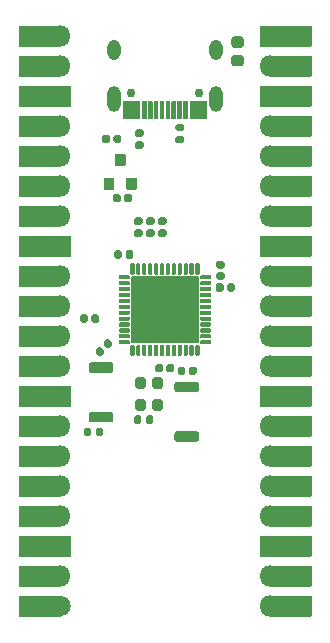
<source format=gts>
G04 #@! TF.GenerationSoftware,KiCad,Pcbnew,(5.1.10)-1*
G04 #@! TF.CreationDate,2021-07-31T08:12:49+01:00*
G04 #@! TF.ProjectId,STM32Pico,53544d33-3250-4696-936f-2e6b69636164,REV1*
G04 #@! TF.SameCoordinates,Original*
G04 #@! TF.FileFunction,Soldermask,Top*
G04 #@! TF.FilePolarity,Negative*
%FSLAX46Y46*%
G04 Gerber Fmt 4.6, Leading zero omitted, Abs format (unit mm)*
G04 Created by KiCad (PCBNEW (5.1.10)-1) date 2021-07-31 08:12:49*
%MOMM*%
%LPD*%
G01*
G04 APERTURE LIST*
%ADD10C,0.752000*%
%ADD11O,1.102000X2.202000*%
%ADD12O,1.102000X1.702000*%
%ADD13O,1.802000X1.802000*%
%ADD14C,1.802000*%
%ADD15C,0.150000*%
G04 APERTURE END LIST*
G36*
G01*
X100766000Y-64247200D02*
X100766000Y-65697200D01*
G75*
G02*
X100715000Y-65748200I-51000J0D01*
G01*
X100115000Y-65748200D01*
G75*
G02*
X100064000Y-65697200I0J51000D01*
G01*
X100064000Y-64247200D01*
G75*
G02*
X100115000Y-64196200I51000J0D01*
G01*
X100715000Y-64196200D01*
G75*
G02*
X100766000Y-64247200I0J-51000D01*
G01*
G37*
G36*
G01*
X107216000Y-64247200D02*
X107216000Y-65697200D01*
G75*
G02*
X107165000Y-65748200I-51000J0D01*
G01*
X106565000Y-65748200D01*
G75*
G02*
X106514000Y-65697200I0J51000D01*
G01*
X106514000Y-64247200D01*
G75*
G02*
X106565000Y-64196200I51000J0D01*
G01*
X107165000Y-64196200D01*
G75*
G02*
X107216000Y-64247200I0J-51000D01*
G01*
G37*
G36*
G01*
X101541000Y-64247200D02*
X101541000Y-65697200D01*
G75*
G02*
X101490000Y-65748200I-51000J0D01*
G01*
X100890000Y-65748200D01*
G75*
G02*
X100839000Y-65697200I0J51000D01*
G01*
X100839000Y-64247200D01*
G75*
G02*
X100890000Y-64196200I51000J0D01*
G01*
X101490000Y-64196200D01*
G75*
G02*
X101541000Y-64247200I0J-51000D01*
G01*
G37*
G36*
G01*
X106441000Y-64247200D02*
X106441000Y-65697200D01*
G75*
G02*
X106390000Y-65748200I-51000J0D01*
G01*
X105790000Y-65748200D01*
G75*
G02*
X105739000Y-65697200I0J51000D01*
G01*
X105739000Y-64247200D01*
G75*
G02*
X105790000Y-64196200I51000J0D01*
G01*
X106390000Y-64196200D01*
G75*
G02*
X106441000Y-64247200I0J-51000D01*
G01*
G37*
G36*
G01*
X105591000Y-64247200D02*
X105591000Y-65697200D01*
G75*
G02*
X105540000Y-65748200I-51000J0D01*
G01*
X105240000Y-65748200D01*
G75*
G02*
X105189000Y-65697200I0J51000D01*
G01*
X105189000Y-64247200D01*
G75*
G02*
X105240000Y-64196200I51000J0D01*
G01*
X105540000Y-64196200D01*
G75*
G02*
X105591000Y-64247200I0J-51000D01*
G01*
G37*
G36*
G01*
X102091000Y-64247200D02*
X102091000Y-65697200D01*
G75*
G02*
X102040000Y-65748200I-51000J0D01*
G01*
X101740000Y-65748200D01*
G75*
G02*
X101689000Y-65697200I0J51000D01*
G01*
X101689000Y-64247200D01*
G75*
G02*
X101740000Y-64196200I51000J0D01*
G01*
X102040000Y-64196200D01*
G75*
G02*
X102091000Y-64247200I0J-51000D01*
G01*
G37*
G36*
G01*
X105091000Y-64247200D02*
X105091000Y-65697200D01*
G75*
G02*
X105040000Y-65748200I-51000J0D01*
G01*
X104740000Y-65748200D01*
G75*
G02*
X104689000Y-65697200I0J51000D01*
G01*
X104689000Y-64247200D01*
G75*
G02*
X104740000Y-64196200I51000J0D01*
G01*
X105040000Y-64196200D01*
G75*
G02*
X105091000Y-64247200I0J-51000D01*
G01*
G37*
G36*
G01*
X102591000Y-64247200D02*
X102591000Y-65697200D01*
G75*
G02*
X102540000Y-65748200I-51000J0D01*
G01*
X102240000Y-65748200D01*
G75*
G02*
X102189000Y-65697200I0J51000D01*
G01*
X102189000Y-64247200D01*
G75*
G02*
X102240000Y-64196200I51000J0D01*
G01*
X102540000Y-64196200D01*
G75*
G02*
X102591000Y-64247200I0J-51000D01*
G01*
G37*
G36*
G01*
X104591000Y-64247200D02*
X104591000Y-65697200D01*
G75*
G02*
X104540000Y-65748200I-51000J0D01*
G01*
X104240000Y-65748200D01*
G75*
G02*
X104189000Y-65697200I0J51000D01*
G01*
X104189000Y-64247200D01*
G75*
G02*
X104240000Y-64196200I51000J0D01*
G01*
X104540000Y-64196200D01*
G75*
G02*
X104591000Y-64247200I0J-51000D01*
G01*
G37*
G36*
G01*
X103091000Y-64247200D02*
X103091000Y-65697200D01*
G75*
G02*
X103040000Y-65748200I-51000J0D01*
G01*
X102740000Y-65748200D01*
G75*
G02*
X102689000Y-65697200I0J51000D01*
G01*
X102689000Y-64247200D01*
G75*
G02*
X102740000Y-64196200I51000J0D01*
G01*
X103040000Y-64196200D01*
G75*
G02*
X103091000Y-64247200I0J-51000D01*
G01*
G37*
G36*
G01*
X103591000Y-64247200D02*
X103591000Y-65697200D01*
G75*
G02*
X103540000Y-65748200I-51000J0D01*
G01*
X103240000Y-65748200D01*
G75*
G02*
X103189000Y-65697200I0J51000D01*
G01*
X103189000Y-64247200D01*
G75*
G02*
X103240000Y-64196200I51000J0D01*
G01*
X103540000Y-64196200D01*
G75*
G02*
X103591000Y-64247200I0J-51000D01*
G01*
G37*
G36*
G01*
X104091000Y-64247200D02*
X104091000Y-65697200D01*
G75*
G02*
X104040000Y-65748200I-51000J0D01*
G01*
X103740000Y-65748200D01*
G75*
G02*
X103689000Y-65697200I0J51000D01*
G01*
X103689000Y-64247200D01*
G75*
G02*
X103740000Y-64196200I51000J0D01*
G01*
X104040000Y-64196200D01*
G75*
G02*
X104091000Y-64247200I0J-51000D01*
G01*
G37*
D10*
X100750000Y-63527200D03*
X106530000Y-63527200D03*
D11*
X107960000Y-64057200D03*
X99320000Y-64057200D03*
D12*
X107960000Y-59877200D03*
X99320000Y-59877200D03*
G36*
G01*
X106309540Y-93056480D02*
X104658540Y-93056480D01*
G75*
G02*
X104433040Y-92830980I0J225500D01*
G01*
X104433040Y-92379980D01*
G75*
G02*
X104658540Y-92154480I225500J0D01*
G01*
X106309540Y-92154480D01*
G75*
G02*
X106535040Y-92379980I0J-225500D01*
G01*
X106535040Y-92830980D01*
G75*
G02*
X106309540Y-93056480I-225500J0D01*
G01*
G37*
G36*
G01*
X106309540Y-88856480D02*
X104658540Y-88856480D01*
G75*
G02*
X104433040Y-88630980I0J225500D01*
G01*
X104433040Y-88179980D01*
G75*
G02*
X104658540Y-87954480I225500J0D01*
G01*
X106309540Y-87954480D01*
G75*
G02*
X106535040Y-88179980I0J-225500D01*
G01*
X106535040Y-88630980D01*
G75*
G02*
X106309540Y-88856480I-225500J0D01*
G01*
G37*
G36*
G01*
X97404300Y-86311100D02*
X99055300Y-86311100D01*
G75*
G02*
X99280800Y-86536600I0J-225500D01*
G01*
X99280800Y-86987600D01*
G75*
G02*
X99055300Y-87213100I-225500J0D01*
G01*
X97404300Y-87213100D01*
G75*
G02*
X97178800Y-86987600I0J225500D01*
G01*
X97178800Y-86536600D01*
G75*
G02*
X97404300Y-86311100I225500J0D01*
G01*
G37*
G36*
G01*
X97404300Y-90511100D02*
X99055300Y-90511100D01*
G75*
G02*
X99280800Y-90736600I0J-225500D01*
G01*
X99280800Y-91187600D01*
G75*
G02*
X99055300Y-91413100I-225500J0D01*
G01*
X97404300Y-91413100D01*
G75*
G02*
X97178800Y-91187600I0J225500D01*
G01*
X97178800Y-90736600D01*
G75*
G02*
X97404300Y-90511100I225500J0D01*
G01*
G37*
G36*
G01*
X102019800Y-87803840D02*
X102019800Y-88354840D01*
G75*
G02*
X101794300Y-88580340I-225500J0D01*
G01*
X101343300Y-88580340D01*
G75*
G02*
X101117800Y-88354840I0J225500D01*
G01*
X101117800Y-87803840D01*
G75*
G02*
X101343300Y-87578340I225500J0D01*
G01*
X101794300Y-87578340D01*
G75*
G02*
X102019800Y-87803840I0J-225500D01*
G01*
G37*
G36*
G01*
X103469800Y-87803840D02*
X103469800Y-88354840D01*
G75*
G02*
X103244300Y-88580340I-225500J0D01*
G01*
X102793300Y-88580340D01*
G75*
G02*
X102567800Y-88354840I0J225500D01*
G01*
X102567800Y-87803840D01*
G75*
G02*
X102793300Y-87578340I225500J0D01*
G01*
X103244300Y-87578340D01*
G75*
G02*
X103469800Y-87803840I0J-225500D01*
G01*
G37*
G36*
G01*
X102019800Y-89653840D02*
X102019800Y-90204840D01*
G75*
G02*
X101794300Y-90430340I-225500J0D01*
G01*
X101343300Y-90430340D01*
G75*
G02*
X101117800Y-90204840I0J225500D01*
G01*
X101117800Y-89653840D01*
G75*
G02*
X101343300Y-89428340I225500J0D01*
G01*
X101794300Y-89428340D01*
G75*
G02*
X102019800Y-89653840I0J-225500D01*
G01*
G37*
G36*
G01*
X103469800Y-89653840D02*
X103469800Y-90204840D01*
G75*
G02*
X103244300Y-90430340I-225500J0D01*
G01*
X102793300Y-90430340D01*
G75*
G02*
X102567800Y-90204840I0J225500D01*
G01*
X102567800Y-89653840D01*
G75*
G02*
X102793300Y-89428340I225500J0D01*
G01*
X103244300Y-89428340D01*
G75*
G02*
X103469800Y-89653840I0J-225500D01*
G01*
G37*
G36*
G01*
X100255400Y-69694100D02*
X99455400Y-69694100D01*
G75*
G02*
X99404400Y-69643100I0J51000D01*
G01*
X99404400Y-68743100D01*
G75*
G02*
X99455400Y-68692100I51000J0D01*
G01*
X100255400Y-68692100D01*
G75*
G02*
X100306400Y-68743100I0J-51000D01*
G01*
X100306400Y-69643100D01*
G75*
G02*
X100255400Y-69694100I-51000J0D01*
G01*
G37*
G36*
G01*
X101205400Y-71694100D02*
X100405400Y-71694100D01*
G75*
G02*
X100354400Y-71643100I0J51000D01*
G01*
X100354400Y-70743100D01*
G75*
G02*
X100405400Y-70692100I51000J0D01*
G01*
X101205400Y-70692100D01*
G75*
G02*
X101256400Y-70743100I0J-51000D01*
G01*
X101256400Y-71643100D01*
G75*
G02*
X101205400Y-71694100I-51000J0D01*
G01*
G37*
G36*
G01*
X99305400Y-71694100D02*
X98505400Y-71694100D01*
G75*
G02*
X98454400Y-71643100I0J51000D01*
G01*
X98454400Y-70743100D01*
G75*
G02*
X98505400Y-70692100I51000J0D01*
G01*
X99305400Y-70692100D01*
G75*
G02*
X99356400Y-70743100I0J-51000D01*
G01*
X99356400Y-71643100D01*
G75*
G02*
X99305400Y-71694100I-51000J0D01*
G01*
G37*
G36*
G01*
X106440000Y-84725560D02*
X100840000Y-84725560D01*
G75*
G02*
X100789000Y-84674560I0J51000D01*
G01*
X100789000Y-79074560D01*
G75*
G02*
X100840000Y-79023560I51000J0D01*
G01*
X106440000Y-79023560D01*
G75*
G02*
X106491000Y-79074560I0J-51000D01*
G01*
X106491000Y-84674560D01*
G75*
G02*
X106440000Y-84725560I-51000J0D01*
G01*
G37*
G36*
G01*
X100603000Y-84800560D02*
X99802000Y-84800560D01*
G75*
G02*
X99714000Y-84712560I0J88000D01*
G01*
X99714000Y-84536560D01*
G75*
G02*
X99802000Y-84448560I88000J0D01*
G01*
X100603000Y-84448560D01*
G75*
G02*
X100691000Y-84536560I0J-88000D01*
G01*
X100691000Y-84712560D01*
G75*
G02*
X100603000Y-84800560I-88000J0D01*
G01*
G37*
G36*
G01*
X100603000Y-84300560D02*
X99802000Y-84300560D01*
G75*
G02*
X99714000Y-84212560I0J88000D01*
G01*
X99714000Y-84036560D01*
G75*
G02*
X99802000Y-83948560I88000J0D01*
G01*
X100603000Y-83948560D01*
G75*
G02*
X100691000Y-84036560I0J-88000D01*
G01*
X100691000Y-84212560D01*
G75*
G02*
X100603000Y-84300560I-88000J0D01*
G01*
G37*
G36*
G01*
X100603000Y-83800560D02*
X99802000Y-83800560D01*
G75*
G02*
X99714000Y-83712560I0J88000D01*
G01*
X99714000Y-83536560D01*
G75*
G02*
X99802000Y-83448560I88000J0D01*
G01*
X100603000Y-83448560D01*
G75*
G02*
X100691000Y-83536560I0J-88000D01*
G01*
X100691000Y-83712560D01*
G75*
G02*
X100603000Y-83800560I-88000J0D01*
G01*
G37*
G36*
G01*
X100603000Y-83300560D02*
X99802000Y-83300560D01*
G75*
G02*
X99714000Y-83212560I0J88000D01*
G01*
X99714000Y-83036560D01*
G75*
G02*
X99802000Y-82948560I88000J0D01*
G01*
X100603000Y-82948560D01*
G75*
G02*
X100691000Y-83036560I0J-88000D01*
G01*
X100691000Y-83212560D01*
G75*
G02*
X100603000Y-83300560I-88000J0D01*
G01*
G37*
G36*
G01*
X100603000Y-82800560D02*
X99802000Y-82800560D01*
G75*
G02*
X99714000Y-82712560I0J88000D01*
G01*
X99714000Y-82536560D01*
G75*
G02*
X99802000Y-82448560I88000J0D01*
G01*
X100603000Y-82448560D01*
G75*
G02*
X100691000Y-82536560I0J-88000D01*
G01*
X100691000Y-82712560D01*
G75*
G02*
X100603000Y-82800560I-88000J0D01*
G01*
G37*
G36*
G01*
X100603000Y-82300560D02*
X99802000Y-82300560D01*
G75*
G02*
X99714000Y-82212560I0J88000D01*
G01*
X99714000Y-82036560D01*
G75*
G02*
X99802000Y-81948560I88000J0D01*
G01*
X100603000Y-81948560D01*
G75*
G02*
X100691000Y-82036560I0J-88000D01*
G01*
X100691000Y-82212560D01*
G75*
G02*
X100603000Y-82300560I-88000J0D01*
G01*
G37*
G36*
G01*
X100603000Y-81800560D02*
X99802000Y-81800560D01*
G75*
G02*
X99714000Y-81712560I0J88000D01*
G01*
X99714000Y-81536560D01*
G75*
G02*
X99802000Y-81448560I88000J0D01*
G01*
X100603000Y-81448560D01*
G75*
G02*
X100691000Y-81536560I0J-88000D01*
G01*
X100691000Y-81712560D01*
G75*
G02*
X100603000Y-81800560I-88000J0D01*
G01*
G37*
G36*
G01*
X100603000Y-81300560D02*
X99802000Y-81300560D01*
G75*
G02*
X99714000Y-81212560I0J88000D01*
G01*
X99714000Y-81036560D01*
G75*
G02*
X99802000Y-80948560I88000J0D01*
G01*
X100603000Y-80948560D01*
G75*
G02*
X100691000Y-81036560I0J-88000D01*
G01*
X100691000Y-81212560D01*
G75*
G02*
X100603000Y-81300560I-88000J0D01*
G01*
G37*
G36*
G01*
X100603000Y-80800560D02*
X99802000Y-80800560D01*
G75*
G02*
X99714000Y-80712560I0J88000D01*
G01*
X99714000Y-80536560D01*
G75*
G02*
X99802000Y-80448560I88000J0D01*
G01*
X100603000Y-80448560D01*
G75*
G02*
X100691000Y-80536560I0J-88000D01*
G01*
X100691000Y-80712560D01*
G75*
G02*
X100603000Y-80800560I-88000J0D01*
G01*
G37*
G36*
G01*
X100603000Y-80300560D02*
X99802000Y-80300560D01*
G75*
G02*
X99714000Y-80212560I0J88000D01*
G01*
X99714000Y-80036560D01*
G75*
G02*
X99802000Y-79948560I88000J0D01*
G01*
X100603000Y-79948560D01*
G75*
G02*
X100691000Y-80036560I0J-88000D01*
G01*
X100691000Y-80212560D01*
G75*
G02*
X100603000Y-80300560I-88000J0D01*
G01*
G37*
G36*
G01*
X100603000Y-79800560D02*
X99802000Y-79800560D01*
G75*
G02*
X99714000Y-79712560I0J88000D01*
G01*
X99714000Y-79536560D01*
G75*
G02*
X99802000Y-79448560I88000J0D01*
G01*
X100603000Y-79448560D01*
G75*
G02*
X100691000Y-79536560I0J-88000D01*
G01*
X100691000Y-79712560D01*
G75*
G02*
X100603000Y-79800560I-88000J0D01*
G01*
G37*
G36*
G01*
X100603000Y-79300560D02*
X99802000Y-79300560D01*
G75*
G02*
X99714000Y-79212560I0J88000D01*
G01*
X99714000Y-79036560D01*
G75*
G02*
X99802000Y-78948560I88000J0D01*
G01*
X100603000Y-78948560D01*
G75*
G02*
X100691000Y-79036560I0J-88000D01*
G01*
X100691000Y-79212560D01*
G75*
G02*
X100603000Y-79300560I-88000J0D01*
G01*
G37*
G36*
G01*
X100978000Y-78925560D02*
X100802000Y-78925560D01*
G75*
G02*
X100714000Y-78837560I0J88000D01*
G01*
X100714000Y-78036560D01*
G75*
G02*
X100802000Y-77948560I88000J0D01*
G01*
X100978000Y-77948560D01*
G75*
G02*
X101066000Y-78036560I0J-88000D01*
G01*
X101066000Y-78837560D01*
G75*
G02*
X100978000Y-78925560I-88000J0D01*
G01*
G37*
G36*
G01*
X101478000Y-78925560D02*
X101302000Y-78925560D01*
G75*
G02*
X101214000Y-78837560I0J88000D01*
G01*
X101214000Y-78036560D01*
G75*
G02*
X101302000Y-77948560I88000J0D01*
G01*
X101478000Y-77948560D01*
G75*
G02*
X101566000Y-78036560I0J-88000D01*
G01*
X101566000Y-78837560D01*
G75*
G02*
X101478000Y-78925560I-88000J0D01*
G01*
G37*
G36*
G01*
X101978000Y-78925560D02*
X101802000Y-78925560D01*
G75*
G02*
X101714000Y-78837560I0J88000D01*
G01*
X101714000Y-78036560D01*
G75*
G02*
X101802000Y-77948560I88000J0D01*
G01*
X101978000Y-77948560D01*
G75*
G02*
X102066000Y-78036560I0J-88000D01*
G01*
X102066000Y-78837560D01*
G75*
G02*
X101978000Y-78925560I-88000J0D01*
G01*
G37*
G36*
G01*
X102478000Y-78925560D02*
X102302000Y-78925560D01*
G75*
G02*
X102214000Y-78837560I0J88000D01*
G01*
X102214000Y-78036560D01*
G75*
G02*
X102302000Y-77948560I88000J0D01*
G01*
X102478000Y-77948560D01*
G75*
G02*
X102566000Y-78036560I0J-88000D01*
G01*
X102566000Y-78837560D01*
G75*
G02*
X102478000Y-78925560I-88000J0D01*
G01*
G37*
G36*
G01*
X102978000Y-78925560D02*
X102802000Y-78925560D01*
G75*
G02*
X102714000Y-78837560I0J88000D01*
G01*
X102714000Y-78036560D01*
G75*
G02*
X102802000Y-77948560I88000J0D01*
G01*
X102978000Y-77948560D01*
G75*
G02*
X103066000Y-78036560I0J-88000D01*
G01*
X103066000Y-78837560D01*
G75*
G02*
X102978000Y-78925560I-88000J0D01*
G01*
G37*
G36*
G01*
X103478000Y-78925560D02*
X103302000Y-78925560D01*
G75*
G02*
X103214000Y-78837560I0J88000D01*
G01*
X103214000Y-78036560D01*
G75*
G02*
X103302000Y-77948560I88000J0D01*
G01*
X103478000Y-77948560D01*
G75*
G02*
X103566000Y-78036560I0J-88000D01*
G01*
X103566000Y-78837560D01*
G75*
G02*
X103478000Y-78925560I-88000J0D01*
G01*
G37*
G36*
G01*
X103978000Y-78925560D02*
X103802000Y-78925560D01*
G75*
G02*
X103714000Y-78837560I0J88000D01*
G01*
X103714000Y-78036560D01*
G75*
G02*
X103802000Y-77948560I88000J0D01*
G01*
X103978000Y-77948560D01*
G75*
G02*
X104066000Y-78036560I0J-88000D01*
G01*
X104066000Y-78837560D01*
G75*
G02*
X103978000Y-78925560I-88000J0D01*
G01*
G37*
G36*
G01*
X104478000Y-78925560D02*
X104302000Y-78925560D01*
G75*
G02*
X104214000Y-78837560I0J88000D01*
G01*
X104214000Y-78036560D01*
G75*
G02*
X104302000Y-77948560I88000J0D01*
G01*
X104478000Y-77948560D01*
G75*
G02*
X104566000Y-78036560I0J-88000D01*
G01*
X104566000Y-78837560D01*
G75*
G02*
X104478000Y-78925560I-88000J0D01*
G01*
G37*
G36*
G01*
X104978000Y-78925560D02*
X104802000Y-78925560D01*
G75*
G02*
X104714000Y-78837560I0J88000D01*
G01*
X104714000Y-78036560D01*
G75*
G02*
X104802000Y-77948560I88000J0D01*
G01*
X104978000Y-77948560D01*
G75*
G02*
X105066000Y-78036560I0J-88000D01*
G01*
X105066000Y-78837560D01*
G75*
G02*
X104978000Y-78925560I-88000J0D01*
G01*
G37*
G36*
G01*
X105478000Y-78925560D02*
X105302000Y-78925560D01*
G75*
G02*
X105214000Y-78837560I0J88000D01*
G01*
X105214000Y-78036560D01*
G75*
G02*
X105302000Y-77948560I88000J0D01*
G01*
X105478000Y-77948560D01*
G75*
G02*
X105566000Y-78036560I0J-88000D01*
G01*
X105566000Y-78837560D01*
G75*
G02*
X105478000Y-78925560I-88000J0D01*
G01*
G37*
G36*
G01*
X105978000Y-78925560D02*
X105802000Y-78925560D01*
G75*
G02*
X105714000Y-78837560I0J88000D01*
G01*
X105714000Y-78036560D01*
G75*
G02*
X105802000Y-77948560I88000J0D01*
G01*
X105978000Y-77948560D01*
G75*
G02*
X106066000Y-78036560I0J-88000D01*
G01*
X106066000Y-78837560D01*
G75*
G02*
X105978000Y-78925560I-88000J0D01*
G01*
G37*
G36*
G01*
X106478000Y-78925560D02*
X106302000Y-78925560D01*
G75*
G02*
X106214000Y-78837560I0J88000D01*
G01*
X106214000Y-78036560D01*
G75*
G02*
X106302000Y-77948560I88000J0D01*
G01*
X106478000Y-77948560D01*
G75*
G02*
X106566000Y-78036560I0J-88000D01*
G01*
X106566000Y-78837560D01*
G75*
G02*
X106478000Y-78925560I-88000J0D01*
G01*
G37*
G36*
G01*
X107478000Y-79300560D02*
X106677000Y-79300560D01*
G75*
G02*
X106589000Y-79212560I0J88000D01*
G01*
X106589000Y-79036560D01*
G75*
G02*
X106677000Y-78948560I88000J0D01*
G01*
X107478000Y-78948560D01*
G75*
G02*
X107566000Y-79036560I0J-88000D01*
G01*
X107566000Y-79212560D01*
G75*
G02*
X107478000Y-79300560I-88000J0D01*
G01*
G37*
G36*
G01*
X107478000Y-79800560D02*
X106677000Y-79800560D01*
G75*
G02*
X106589000Y-79712560I0J88000D01*
G01*
X106589000Y-79536560D01*
G75*
G02*
X106677000Y-79448560I88000J0D01*
G01*
X107478000Y-79448560D01*
G75*
G02*
X107566000Y-79536560I0J-88000D01*
G01*
X107566000Y-79712560D01*
G75*
G02*
X107478000Y-79800560I-88000J0D01*
G01*
G37*
G36*
G01*
X107478000Y-80300560D02*
X106677000Y-80300560D01*
G75*
G02*
X106589000Y-80212560I0J88000D01*
G01*
X106589000Y-80036560D01*
G75*
G02*
X106677000Y-79948560I88000J0D01*
G01*
X107478000Y-79948560D01*
G75*
G02*
X107566000Y-80036560I0J-88000D01*
G01*
X107566000Y-80212560D01*
G75*
G02*
X107478000Y-80300560I-88000J0D01*
G01*
G37*
G36*
G01*
X107478000Y-80800560D02*
X106677000Y-80800560D01*
G75*
G02*
X106589000Y-80712560I0J88000D01*
G01*
X106589000Y-80536560D01*
G75*
G02*
X106677000Y-80448560I88000J0D01*
G01*
X107478000Y-80448560D01*
G75*
G02*
X107566000Y-80536560I0J-88000D01*
G01*
X107566000Y-80712560D01*
G75*
G02*
X107478000Y-80800560I-88000J0D01*
G01*
G37*
G36*
G01*
X107478000Y-81300560D02*
X106677000Y-81300560D01*
G75*
G02*
X106589000Y-81212560I0J88000D01*
G01*
X106589000Y-81036560D01*
G75*
G02*
X106677000Y-80948560I88000J0D01*
G01*
X107478000Y-80948560D01*
G75*
G02*
X107566000Y-81036560I0J-88000D01*
G01*
X107566000Y-81212560D01*
G75*
G02*
X107478000Y-81300560I-88000J0D01*
G01*
G37*
G36*
G01*
X107478000Y-81800560D02*
X106677000Y-81800560D01*
G75*
G02*
X106589000Y-81712560I0J88000D01*
G01*
X106589000Y-81536560D01*
G75*
G02*
X106677000Y-81448560I88000J0D01*
G01*
X107478000Y-81448560D01*
G75*
G02*
X107566000Y-81536560I0J-88000D01*
G01*
X107566000Y-81712560D01*
G75*
G02*
X107478000Y-81800560I-88000J0D01*
G01*
G37*
G36*
G01*
X107478000Y-82300560D02*
X106677000Y-82300560D01*
G75*
G02*
X106589000Y-82212560I0J88000D01*
G01*
X106589000Y-82036560D01*
G75*
G02*
X106677000Y-81948560I88000J0D01*
G01*
X107478000Y-81948560D01*
G75*
G02*
X107566000Y-82036560I0J-88000D01*
G01*
X107566000Y-82212560D01*
G75*
G02*
X107478000Y-82300560I-88000J0D01*
G01*
G37*
G36*
G01*
X107478000Y-82800560D02*
X106677000Y-82800560D01*
G75*
G02*
X106589000Y-82712560I0J88000D01*
G01*
X106589000Y-82536560D01*
G75*
G02*
X106677000Y-82448560I88000J0D01*
G01*
X107478000Y-82448560D01*
G75*
G02*
X107566000Y-82536560I0J-88000D01*
G01*
X107566000Y-82712560D01*
G75*
G02*
X107478000Y-82800560I-88000J0D01*
G01*
G37*
G36*
G01*
X107478000Y-83300560D02*
X106677000Y-83300560D01*
G75*
G02*
X106589000Y-83212560I0J88000D01*
G01*
X106589000Y-83036560D01*
G75*
G02*
X106677000Y-82948560I88000J0D01*
G01*
X107478000Y-82948560D01*
G75*
G02*
X107566000Y-83036560I0J-88000D01*
G01*
X107566000Y-83212560D01*
G75*
G02*
X107478000Y-83300560I-88000J0D01*
G01*
G37*
G36*
G01*
X107478000Y-83800560D02*
X106677000Y-83800560D01*
G75*
G02*
X106589000Y-83712560I0J88000D01*
G01*
X106589000Y-83536560D01*
G75*
G02*
X106677000Y-83448560I88000J0D01*
G01*
X107478000Y-83448560D01*
G75*
G02*
X107566000Y-83536560I0J-88000D01*
G01*
X107566000Y-83712560D01*
G75*
G02*
X107478000Y-83800560I-88000J0D01*
G01*
G37*
G36*
G01*
X107478000Y-84300560D02*
X106677000Y-84300560D01*
G75*
G02*
X106589000Y-84212560I0J88000D01*
G01*
X106589000Y-84036560D01*
G75*
G02*
X106677000Y-83948560I88000J0D01*
G01*
X107478000Y-83948560D01*
G75*
G02*
X107566000Y-84036560I0J-88000D01*
G01*
X107566000Y-84212560D01*
G75*
G02*
X107478000Y-84300560I-88000J0D01*
G01*
G37*
G36*
G01*
X107478000Y-84800560D02*
X106677000Y-84800560D01*
G75*
G02*
X106589000Y-84712560I0J88000D01*
G01*
X106589000Y-84536560D01*
G75*
G02*
X106677000Y-84448560I88000J0D01*
G01*
X107478000Y-84448560D01*
G75*
G02*
X107566000Y-84536560I0J-88000D01*
G01*
X107566000Y-84712560D01*
G75*
G02*
X107478000Y-84800560I-88000J0D01*
G01*
G37*
G36*
G01*
X106478000Y-85800560D02*
X106302000Y-85800560D01*
G75*
G02*
X106214000Y-85712560I0J88000D01*
G01*
X106214000Y-84911560D01*
G75*
G02*
X106302000Y-84823560I88000J0D01*
G01*
X106478000Y-84823560D01*
G75*
G02*
X106566000Y-84911560I0J-88000D01*
G01*
X106566000Y-85712560D01*
G75*
G02*
X106478000Y-85800560I-88000J0D01*
G01*
G37*
G36*
G01*
X105978000Y-85800560D02*
X105802000Y-85800560D01*
G75*
G02*
X105714000Y-85712560I0J88000D01*
G01*
X105714000Y-84911560D01*
G75*
G02*
X105802000Y-84823560I88000J0D01*
G01*
X105978000Y-84823560D01*
G75*
G02*
X106066000Y-84911560I0J-88000D01*
G01*
X106066000Y-85712560D01*
G75*
G02*
X105978000Y-85800560I-88000J0D01*
G01*
G37*
G36*
G01*
X105478000Y-85800560D02*
X105302000Y-85800560D01*
G75*
G02*
X105214000Y-85712560I0J88000D01*
G01*
X105214000Y-84911560D01*
G75*
G02*
X105302000Y-84823560I88000J0D01*
G01*
X105478000Y-84823560D01*
G75*
G02*
X105566000Y-84911560I0J-88000D01*
G01*
X105566000Y-85712560D01*
G75*
G02*
X105478000Y-85800560I-88000J0D01*
G01*
G37*
G36*
G01*
X104978000Y-85800560D02*
X104802000Y-85800560D01*
G75*
G02*
X104714000Y-85712560I0J88000D01*
G01*
X104714000Y-84911560D01*
G75*
G02*
X104802000Y-84823560I88000J0D01*
G01*
X104978000Y-84823560D01*
G75*
G02*
X105066000Y-84911560I0J-88000D01*
G01*
X105066000Y-85712560D01*
G75*
G02*
X104978000Y-85800560I-88000J0D01*
G01*
G37*
G36*
G01*
X104478000Y-85800560D02*
X104302000Y-85800560D01*
G75*
G02*
X104214000Y-85712560I0J88000D01*
G01*
X104214000Y-84911560D01*
G75*
G02*
X104302000Y-84823560I88000J0D01*
G01*
X104478000Y-84823560D01*
G75*
G02*
X104566000Y-84911560I0J-88000D01*
G01*
X104566000Y-85712560D01*
G75*
G02*
X104478000Y-85800560I-88000J0D01*
G01*
G37*
G36*
G01*
X103978000Y-85800560D02*
X103802000Y-85800560D01*
G75*
G02*
X103714000Y-85712560I0J88000D01*
G01*
X103714000Y-84911560D01*
G75*
G02*
X103802000Y-84823560I88000J0D01*
G01*
X103978000Y-84823560D01*
G75*
G02*
X104066000Y-84911560I0J-88000D01*
G01*
X104066000Y-85712560D01*
G75*
G02*
X103978000Y-85800560I-88000J0D01*
G01*
G37*
G36*
G01*
X103478000Y-85800560D02*
X103302000Y-85800560D01*
G75*
G02*
X103214000Y-85712560I0J88000D01*
G01*
X103214000Y-84911560D01*
G75*
G02*
X103302000Y-84823560I88000J0D01*
G01*
X103478000Y-84823560D01*
G75*
G02*
X103566000Y-84911560I0J-88000D01*
G01*
X103566000Y-85712560D01*
G75*
G02*
X103478000Y-85800560I-88000J0D01*
G01*
G37*
G36*
G01*
X102978000Y-85800560D02*
X102802000Y-85800560D01*
G75*
G02*
X102714000Y-85712560I0J88000D01*
G01*
X102714000Y-84911560D01*
G75*
G02*
X102802000Y-84823560I88000J0D01*
G01*
X102978000Y-84823560D01*
G75*
G02*
X103066000Y-84911560I0J-88000D01*
G01*
X103066000Y-85712560D01*
G75*
G02*
X102978000Y-85800560I-88000J0D01*
G01*
G37*
G36*
G01*
X102478000Y-85800560D02*
X102302000Y-85800560D01*
G75*
G02*
X102214000Y-85712560I0J88000D01*
G01*
X102214000Y-84911560D01*
G75*
G02*
X102302000Y-84823560I88000J0D01*
G01*
X102478000Y-84823560D01*
G75*
G02*
X102566000Y-84911560I0J-88000D01*
G01*
X102566000Y-85712560D01*
G75*
G02*
X102478000Y-85800560I-88000J0D01*
G01*
G37*
G36*
G01*
X101978000Y-85800560D02*
X101802000Y-85800560D01*
G75*
G02*
X101714000Y-85712560I0J88000D01*
G01*
X101714000Y-84911560D01*
G75*
G02*
X101802000Y-84823560I88000J0D01*
G01*
X101978000Y-84823560D01*
G75*
G02*
X102066000Y-84911560I0J-88000D01*
G01*
X102066000Y-85712560D01*
G75*
G02*
X101978000Y-85800560I-88000J0D01*
G01*
G37*
G36*
G01*
X101478000Y-85800560D02*
X101302000Y-85800560D01*
G75*
G02*
X101214000Y-85712560I0J88000D01*
G01*
X101214000Y-84911560D01*
G75*
G02*
X101302000Y-84823560I88000J0D01*
G01*
X101478000Y-84823560D01*
G75*
G02*
X101566000Y-84911560I0J-88000D01*
G01*
X101566000Y-85712560D01*
G75*
G02*
X101478000Y-85800560I-88000J0D01*
G01*
G37*
G36*
G01*
X100978000Y-85800560D02*
X100802000Y-85800560D01*
G75*
G02*
X100714000Y-85712560I0J88000D01*
G01*
X100714000Y-84911560D01*
G75*
G02*
X100802000Y-84823560I88000J0D01*
G01*
X100978000Y-84823560D01*
G75*
G02*
X101066000Y-84911560I0J-88000D01*
G01*
X101066000Y-85712560D01*
G75*
G02*
X100978000Y-85800560I-88000J0D01*
G01*
G37*
G36*
G01*
X97405800Y-92017100D02*
X97405800Y-92438100D01*
G75*
G02*
X97245300Y-92598600I-160500J0D01*
G01*
X96924300Y-92598600D01*
G75*
G02*
X96763800Y-92438100I0J160500D01*
G01*
X96763800Y-92017100D01*
G75*
G02*
X96924300Y-91856600I160500J0D01*
G01*
X97245300Y-91856600D01*
G75*
G02*
X97405800Y-92017100I0J-160500D01*
G01*
G37*
G36*
G01*
X98425800Y-92017100D02*
X98425800Y-92438100D01*
G75*
G02*
X98265300Y-92598600I-160500J0D01*
G01*
X97944300Y-92598600D01*
G75*
G02*
X97783800Y-92438100I0J160500D01*
G01*
X97783800Y-92017100D01*
G75*
G02*
X97944300Y-91856600I160500J0D01*
G01*
X98265300Y-91856600D01*
G75*
G02*
X98425800Y-92017100I0J-160500D01*
G01*
G37*
G36*
G01*
X101647600Y-90975700D02*
X101647600Y-91396700D01*
G75*
G02*
X101487100Y-91557200I-160500J0D01*
G01*
X101166100Y-91557200D01*
G75*
G02*
X101005600Y-91396700I0J160500D01*
G01*
X101005600Y-90975700D01*
G75*
G02*
X101166100Y-90815200I160500J0D01*
G01*
X101487100Y-90815200D01*
G75*
G02*
X101647600Y-90975700I0J-160500D01*
G01*
G37*
G36*
G01*
X102667600Y-90975700D02*
X102667600Y-91396700D01*
G75*
G02*
X102507100Y-91557200I-160500J0D01*
G01*
X102186100Y-91557200D01*
G75*
G02*
X102025600Y-91396700I0J160500D01*
G01*
X102025600Y-90975700D01*
G75*
G02*
X102186100Y-90815200I160500J0D01*
G01*
X102507100Y-90815200D01*
G75*
G02*
X102667600Y-90975700I0J-160500D01*
G01*
G37*
G36*
G01*
X101168900Y-75068400D02*
X101589900Y-75068400D01*
G75*
G02*
X101750400Y-75228900I0J-160500D01*
G01*
X101750400Y-75549900D01*
G75*
G02*
X101589900Y-75710400I-160500J0D01*
G01*
X101168900Y-75710400D01*
G75*
G02*
X101008400Y-75549900I0J160500D01*
G01*
X101008400Y-75228900D01*
G75*
G02*
X101168900Y-75068400I160500J0D01*
G01*
G37*
G36*
G01*
X101168900Y-74048400D02*
X101589900Y-74048400D01*
G75*
G02*
X101750400Y-74208900I0J-160500D01*
G01*
X101750400Y-74529900D01*
G75*
G02*
X101589900Y-74690400I-160500J0D01*
G01*
X101168900Y-74690400D01*
G75*
G02*
X101008400Y-74529900I0J160500D01*
G01*
X101008400Y-74208900D01*
G75*
G02*
X101168900Y-74048400I160500J0D01*
G01*
G37*
G36*
G01*
X103621900Y-74690400D02*
X103200900Y-74690400D01*
G75*
G02*
X103040400Y-74529900I0J160500D01*
G01*
X103040400Y-74208900D01*
G75*
G02*
X103200900Y-74048400I160500J0D01*
G01*
X103621900Y-74048400D01*
G75*
G02*
X103782400Y-74208900I0J-160500D01*
G01*
X103782400Y-74529900D01*
G75*
G02*
X103621900Y-74690400I-160500J0D01*
G01*
G37*
G36*
G01*
X103621900Y-75710400D02*
X103200900Y-75710400D01*
G75*
G02*
X103040400Y-75549900I0J160500D01*
G01*
X103040400Y-75228900D01*
G75*
G02*
X103200900Y-75068400I160500J0D01*
G01*
X103621900Y-75068400D01*
G75*
G02*
X103782400Y-75228900I0J-160500D01*
G01*
X103782400Y-75549900D01*
G75*
G02*
X103621900Y-75710400I-160500J0D01*
G01*
G37*
G36*
G01*
X102605900Y-74690400D02*
X102184900Y-74690400D01*
G75*
G02*
X102024400Y-74529900I0J160500D01*
G01*
X102024400Y-74208900D01*
G75*
G02*
X102184900Y-74048400I160500J0D01*
G01*
X102605900Y-74048400D01*
G75*
G02*
X102766400Y-74208900I0J-160500D01*
G01*
X102766400Y-74529900D01*
G75*
G02*
X102605900Y-74690400I-160500J0D01*
G01*
G37*
G36*
G01*
X102605900Y-75710400D02*
X102184900Y-75710400D01*
G75*
G02*
X102024400Y-75549900I0J160500D01*
G01*
X102024400Y-75228900D01*
G75*
G02*
X102184900Y-75068400I160500J0D01*
G01*
X102605900Y-75068400D01*
G75*
G02*
X102766400Y-75228900I0J-160500D01*
G01*
X102766400Y-75549900D01*
G75*
G02*
X102605900Y-75710400I-160500J0D01*
G01*
G37*
G36*
G01*
X101671180Y-67232960D02*
X101250180Y-67232960D01*
G75*
G02*
X101089680Y-67072460I0J160500D01*
G01*
X101089680Y-66751460D01*
G75*
G02*
X101250180Y-66590960I160500J0D01*
G01*
X101671180Y-66590960D01*
G75*
G02*
X101831680Y-66751460I0J-160500D01*
G01*
X101831680Y-67072460D01*
G75*
G02*
X101671180Y-67232960I-160500J0D01*
G01*
G37*
G36*
G01*
X101671180Y-68252960D02*
X101250180Y-68252960D01*
G75*
G02*
X101089680Y-68092460I0J160500D01*
G01*
X101089680Y-67771460D01*
G75*
G02*
X101250180Y-67610960I160500J0D01*
G01*
X101671180Y-67610960D01*
G75*
G02*
X101831680Y-67771460I0J-160500D01*
G01*
X101831680Y-68092460D01*
G75*
G02*
X101671180Y-68252960I-160500J0D01*
G01*
G37*
G36*
G01*
X105105260Y-66760520D02*
X104684260Y-66760520D01*
G75*
G02*
X104523760Y-66600020I0J160500D01*
G01*
X104523760Y-66279020D01*
G75*
G02*
X104684260Y-66118520I160500J0D01*
G01*
X105105260Y-66118520D01*
G75*
G02*
X105265760Y-66279020I0J-160500D01*
G01*
X105265760Y-66600020D01*
G75*
G02*
X105105260Y-66760520I-160500J0D01*
G01*
G37*
G36*
G01*
X105105260Y-67780520D02*
X104684260Y-67780520D01*
G75*
G02*
X104523760Y-67620020I0J160500D01*
G01*
X104523760Y-67299020D01*
G75*
G02*
X104684260Y-67138520I160500J0D01*
G01*
X105105260Y-67138520D01*
G75*
G02*
X105265760Y-67299020I0J-160500D01*
G01*
X105265760Y-67620020D01*
G75*
G02*
X105105260Y-67780520I-160500J0D01*
G01*
G37*
G36*
G01*
X110068550Y-59696000D02*
X109505050Y-59696000D01*
G75*
G02*
X109260800Y-59451750I0J244250D01*
G01*
X109260800Y-58963250D01*
G75*
G02*
X109505050Y-58719000I244250J0D01*
G01*
X110068550Y-58719000D01*
G75*
G02*
X110312800Y-58963250I0J-244250D01*
G01*
X110312800Y-59451750D01*
G75*
G02*
X110068550Y-59696000I-244250J0D01*
G01*
G37*
G36*
G01*
X110068550Y-61271000D02*
X109505050Y-61271000D01*
G75*
G02*
X109260800Y-61026750I0J244250D01*
G01*
X109260800Y-60538250D01*
G75*
G02*
X109505050Y-60294000I244250J0D01*
G01*
X110068550Y-60294000D01*
G75*
G02*
X110312800Y-60538250I0J-244250D01*
G01*
X110312800Y-61026750D01*
G75*
G02*
X110068550Y-61271000I-244250J0D01*
G01*
G37*
G36*
G01*
X103470680Y-86621900D02*
X103470680Y-87012900D01*
G75*
G02*
X103305180Y-87178400I-165500J0D01*
G01*
X102974180Y-87178400D01*
G75*
G02*
X102808680Y-87012900I0J165500D01*
G01*
X102808680Y-86621900D01*
G75*
G02*
X102974180Y-86456400I165500J0D01*
G01*
X103305180Y-86456400D01*
G75*
G02*
X103470680Y-86621900I0J-165500D01*
G01*
G37*
G36*
G01*
X104430680Y-86621900D02*
X104430680Y-87012900D01*
G75*
G02*
X104265180Y-87178400I-165500J0D01*
G01*
X103934180Y-87178400D01*
G75*
G02*
X103768680Y-87012900I0J165500D01*
G01*
X103768680Y-86621900D01*
G75*
G02*
X103934180Y-86456400I165500J0D01*
G01*
X104265180Y-86456400D01*
G75*
G02*
X104430680Y-86621900I0J-165500D01*
G01*
G37*
G36*
G01*
X97115600Y-82430900D02*
X97115600Y-82821900D01*
G75*
G02*
X96950100Y-82987400I-165500J0D01*
G01*
X96619100Y-82987400D01*
G75*
G02*
X96453600Y-82821900I0J165500D01*
G01*
X96453600Y-82430900D01*
G75*
G02*
X96619100Y-82265400I165500J0D01*
G01*
X96950100Y-82265400D01*
G75*
G02*
X97115600Y-82430900I0J-165500D01*
G01*
G37*
G36*
G01*
X98075600Y-82430900D02*
X98075600Y-82821900D01*
G75*
G02*
X97910100Y-82987400I-165500J0D01*
G01*
X97579100Y-82987400D01*
G75*
G02*
X97413600Y-82821900I0J165500D01*
G01*
X97413600Y-82430900D01*
G75*
G02*
X97579100Y-82265400I165500J0D01*
G01*
X97910100Y-82265400D01*
G75*
G02*
X98075600Y-82430900I0J-165500D01*
G01*
G37*
G36*
G01*
X108143500Y-78686000D02*
X108534500Y-78686000D01*
G75*
G02*
X108700000Y-78851500I0J-165500D01*
G01*
X108700000Y-79182500D01*
G75*
G02*
X108534500Y-79348000I-165500J0D01*
G01*
X108143500Y-79348000D01*
G75*
G02*
X107978000Y-79182500I0J165500D01*
G01*
X107978000Y-78851500D01*
G75*
G02*
X108143500Y-78686000I165500J0D01*
G01*
G37*
G36*
G01*
X108143500Y-77726000D02*
X108534500Y-77726000D01*
G75*
G02*
X108700000Y-77891500I0J-165500D01*
G01*
X108700000Y-78222500D01*
G75*
G02*
X108534500Y-78388000I-165500J0D01*
G01*
X108143500Y-78388000D01*
G75*
G02*
X107978000Y-78222500I0J165500D01*
G01*
X107978000Y-77891500D01*
G75*
G02*
X108143500Y-77726000I165500J0D01*
G01*
G37*
G36*
G01*
X99280500Y-67594600D02*
X99280500Y-67203600D01*
G75*
G02*
X99446000Y-67038100I165500J0D01*
G01*
X99777000Y-67038100D01*
G75*
G02*
X99942500Y-67203600I0J-165500D01*
G01*
X99942500Y-67594600D01*
G75*
G02*
X99777000Y-67760100I-165500J0D01*
G01*
X99446000Y-67760100D01*
G75*
G02*
X99280500Y-67594600I0J165500D01*
G01*
G37*
G36*
G01*
X98320500Y-67594600D02*
X98320500Y-67203600D01*
G75*
G02*
X98486000Y-67038100I165500J0D01*
G01*
X98817000Y-67038100D01*
G75*
G02*
X98982500Y-67203600I0J-165500D01*
G01*
X98982500Y-67594600D01*
G75*
G02*
X98817000Y-67760100I-165500J0D01*
G01*
X98486000Y-67760100D01*
G75*
G02*
X98320500Y-67594600I0J165500D01*
G01*
G37*
G36*
G01*
X98717238Y-85107841D02*
X98440759Y-84831362D01*
G75*
G02*
X98440759Y-84597310I117026J117026D01*
G01*
X98674812Y-84363257D01*
G75*
G02*
X98908864Y-84363257I117026J-117026D01*
G01*
X99185343Y-84639736D01*
G75*
G02*
X99185343Y-84873788I-117026J-117026D01*
G01*
X98951290Y-85107841D01*
G75*
G02*
X98717238Y-85107841I-117026J117026D01*
G01*
G37*
G36*
G01*
X98038416Y-85786663D02*
X97761937Y-85510184D01*
G75*
G02*
X97761937Y-85276132I117026J117026D01*
G01*
X97995990Y-85042079D01*
G75*
G02*
X98230042Y-85042079I117026J-117026D01*
G01*
X98506521Y-85318558D01*
G75*
G02*
X98506521Y-85552610I-117026J-117026D01*
G01*
X98272468Y-85786663D01*
G75*
G02*
X98038416Y-85786663I-117026J117026D01*
G01*
G37*
G36*
G01*
X100011200Y-76995300D02*
X100011200Y-77386300D01*
G75*
G02*
X99845700Y-77551800I-165500J0D01*
G01*
X99514700Y-77551800D01*
G75*
G02*
X99349200Y-77386300I0J165500D01*
G01*
X99349200Y-76995300D01*
G75*
G02*
X99514700Y-76829800I165500J0D01*
G01*
X99845700Y-76829800D01*
G75*
G02*
X100011200Y-76995300I0J-165500D01*
G01*
G37*
G36*
G01*
X100971200Y-76995300D02*
X100971200Y-77386300D01*
G75*
G02*
X100805700Y-77551800I-165500J0D01*
G01*
X100474700Y-77551800D01*
G75*
G02*
X100309200Y-77386300I0J165500D01*
G01*
X100309200Y-76995300D01*
G75*
G02*
X100474700Y-76829800I165500J0D01*
G01*
X100805700Y-76829800D01*
G75*
G02*
X100971200Y-76995300I0J-165500D01*
G01*
G37*
G36*
G01*
X100182200Y-72611100D02*
X100182200Y-72220100D01*
G75*
G02*
X100347700Y-72054600I165500J0D01*
G01*
X100678700Y-72054600D01*
G75*
G02*
X100844200Y-72220100I0J-165500D01*
G01*
X100844200Y-72611100D01*
G75*
G02*
X100678700Y-72776600I-165500J0D01*
G01*
X100347700Y-72776600D01*
G75*
G02*
X100182200Y-72611100I0J165500D01*
G01*
G37*
G36*
G01*
X99222200Y-72611100D02*
X99222200Y-72220100D01*
G75*
G02*
X99387700Y-72054600I165500J0D01*
G01*
X99718700Y-72054600D01*
G75*
G02*
X99884200Y-72220100I0J-165500D01*
G01*
X99884200Y-72611100D01*
G75*
G02*
X99718700Y-72776600I-165500J0D01*
G01*
X99387700Y-72776600D01*
G75*
G02*
X99222200Y-72611100I0J165500D01*
G01*
G37*
G36*
G01*
X105668600Y-87241500D02*
X105668600Y-86850500D01*
G75*
G02*
X105834100Y-86685000I165500J0D01*
G01*
X106165100Y-86685000D01*
G75*
G02*
X106330600Y-86850500I0J-165500D01*
G01*
X106330600Y-87241500D01*
G75*
G02*
X106165100Y-87407000I-165500J0D01*
G01*
X105834100Y-87407000D01*
G75*
G02*
X105668600Y-87241500I0J165500D01*
G01*
G37*
G36*
G01*
X104708600Y-87241500D02*
X104708600Y-86850500D01*
G75*
G02*
X104874100Y-86685000I165500J0D01*
G01*
X105205100Y-86685000D01*
G75*
G02*
X105370600Y-86850500I0J-165500D01*
G01*
X105370600Y-87241500D01*
G75*
G02*
X105205100Y-87407000I-165500J0D01*
G01*
X104874100Y-87407000D01*
G75*
G02*
X104708600Y-87241500I0J165500D01*
G01*
G37*
G36*
G01*
X108596400Y-79789300D02*
X108596400Y-80180300D01*
G75*
G02*
X108430900Y-80345800I-165500J0D01*
G01*
X108099900Y-80345800D01*
G75*
G02*
X107934400Y-80180300I0J165500D01*
G01*
X107934400Y-79789300D01*
G75*
G02*
X108099900Y-79623800I165500J0D01*
G01*
X108430900Y-79623800D01*
G75*
G02*
X108596400Y-79789300I0J-165500D01*
G01*
G37*
G36*
G01*
X109556400Y-79789300D02*
X109556400Y-80180300D01*
G75*
G02*
X109390900Y-80345800I-165500J0D01*
G01*
X109059900Y-80345800D01*
G75*
G02*
X108894400Y-80180300I0J165500D01*
G01*
X108894400Y-79789300D01*
G75*
G02*
X109059900Y-79623800I165500J0D01*
G01*
X109390900Y-79623800D01*
G75*
G02*
X109556400Y-79789300I0J-165500D01*
G01*
G37*
D13*
X112550000Y-106985000D03*
X112550000Y-104445000D03*
G36*
G01*
X113451000Y-101055000D02*
X113451000Y-102755000D01*
G75*
G02*
X113400000Y-102806000I-51000J0D01*
G01*
X111700000Y-102806000D01*
G75*
G02*
X111649000Y-102755000I0J51000D01*
G01*
X111649000Y-101055000D01*
G75*
G02*
X111700000Y-101004000I51000J0D01*
G01*
X113400000Y-101004000D01*
G75*
G02*
X113451000Y-101055000I0J-51000D01*
G01*
G37*
X112550000Y-99365000D03*
X112550000Y-96825000D03*
X112550000Y-94285000D03*
X112550000Y-91745000D03*
G36*
G01*
X113451000Y-88355000D02*
X113451000Y-90055000D01*
G75*
G02*
X113400000Y-90106000I-51000J0D01*
G01*
X111700000Y-90106000D01*
G75*
G02*
X111649000Y-90055000I0J51000D01*
G01*
X111649000Y-88355000D01*
G75*
G02*
X111700000Y-88304000I51000J0D01*
G01*
X113400000Y-88304000D01*
G75*
G02*
X113451000Y-88355000I0J-51000D01*
G01*
G37*
X112550000Y-86665000D03*
X112550000Y-84125000D03*
X112550000Y-81585000D03*
X112550000Y-79045000D03*
G36*
G01*
X113451000Y-75655000D02*
X113451000Y-77355000D01*
G75*
G02*
X113400000Y-77406000I-51000J0D01*
G01*
X111700000Y-77406000D01*
G75*
G02*
X111649000Y-77355000I0J51000D01*
G01*
X111649000Y-75655000D01*
G75*
G02*
X111700000Y-75604000I51000J0D01*
G01*
X113400000Y-75604000D01*
G75*
G02*
X113451000Y-75655000I0J-51000D01*
G01*
G37*
X112550000Y-73965000D03*
X112550000Y-71425000D03*
X112550000Y-68885000D03*
X112550000Y-66345000D03*
G36*
G01*
X113451000Y-62955000D02*
X113451000Y-64655000D01*
G75*
G02*
X113400000Y-64706000I-51000J0D01*
G01*
X111700000Y-64706000D01*
G75*
G02*
X111649000Y-64655000I0J51000D01*
G01*
X111649000Y-62955000D01*
G75*
G02*
X111700000Y-62904000I51000J0D01*
G01*
X113400000Y-62904000D01*
G75*
G02*
X113451000Y-62955000I0J-51000D01*
G01*
G37*
X112550000Y-61265000D03*
G36*
G01*
X113451000Y-57875000D02*
X113451000Y-59575000D01*
G75*
G02*
X113400000Y-59626000I-51000J0D01*
G01*
X111700000Y-59626000D01*
G75*
G02*
X111649000Y-59575000I0J51000D01*
G01*
X111649000Y-57875000D01*
G75*
G02*
X111700000Y-57824000I51000J0D01*
G01*
X113400000Y-57824000D01*
G75*
G02*
X113451000Y-57875000I0J-51000D01*
G01*
G37*
G36*
G01*
X116051000Y-98515000D02*
X116051000Y-100215000D01*
G75*
G02*
X116000000Y-100266000I-51000J0D01*
G01*
X112500000Y-100266000D01*
G75*
G02*
X112449000Y-100215000I0J51000D01*
G01*
X112449000Y-98515000D01*
G75*
G02*
X112500000Y-98464000I51000J0D01*
G01*
X116000000Y-98464000D01*
G75*
G02*
X116051000Y-98515000I0J-51000D01*
G01*
G37*
G36*
G01*
X116051000Y-101055000D02*
X116051000Y-102755000D01*
G75*
G02*
X116000000Y-102806000I-51000J0D01*
G01*
X112500000Y-102806000D01*
G75*
G02*
X112449000Y-102755000I0J51000D01*
G01*
X112449000Y-101055000D01*
G75*
G02*
X112500000Y-101004000I51000J0D01*
G01*
X116000000Y-101004000D01*
G75*
G02*
X116051000Y-101055000I0J-51000D01*
G01*
G37*
G36*
G01*
X116051000Y-95975000D02*
X116051000Y-97675000D01*
G75*
G02*
X116000000Y-97726000I-51000J0D01*
G01*
X112500000Y-97726000D01*
G75*
G02*
X112449000Y-97675000I0J51000D01*
G01*
X112449000Y-95975000D01*
G75*
G02*
X112500000Y-95924000I51000J0D01*
G01*
X116000000Y-95924000D01*
G75*
G02*
X116051000Y-95975000I0J-51000D01*
G01*
G37*
G36*
G01*
X116051000Y-103595000D02*
X116051000Y-105295000D01*
G75*
G02*
X116000000Y-105346000I-51000J0D01*
G01*
X112500000Y-105346000D01*
G75*
G02*
X112449000Y-105295000I0J51000D01*
G01*
X112449000Y-103595000D01*
G75*
G02*
X112500000Y-103544000I51000J0D01*
G01*
X116000000Y-103544000D01*
G75*
G02*
X116051000Y-103595000I0J-51000D01*
G01*
G37*
G36*
G01*
X116051000Y-93435000D02*
X116051000Y-95135000D01*
G75*
G02*
X116000000Y-95186000I-51000J0D01*
G01*
X112500000Y-95186000D01*
G75*
G02*
X112449000Y-95135000I0J51000D01*
G01*
X112449000Y-93435000D01*
G75*
G02*
X112500000Y-93384000I51000J0D01*
G01*
X116000000Y-93384000D01*
G75*
G02*
X116051000Y-93435000I0J-51000D01*
G01*
G37*
G36*
G01*
X116051000Y-106135000D02*
X116051000Y-107835000D01*
G75*
G02*
X116000000Y-107886000I-51000J0D01*
G01*
X112500000Y-107886000D01*
G75*
G02*
X112449000Y-107835000I0J51000D01*
G01*
X112449000Y-106135000D01*
G75*
G02*
X112500000Y-106084000I51000J0D01*
G01*
X116000000Y-106084000D01*
G75*
G02*
X116051000Y-106135000I0J-51000D01*
G01*
G37*
G36*
G01*
X116051000Y-85815000D02*
X116051000Y-87515000D01*
G75*
G02*
X116000000Y-87566000I-51000J0D01*
G01*
X112500000Y-87566000D01*
G75*
G02*
X112449000Y-87515000I0J51000D01*
G01*
X112449000Y-85815000D01*
G75*
G02*
X112500000Y-85764000I51000J0D01*
G01*
X116000000Y-85764000D01*
G75*
G02*
X116051000Y-85815000I0J-51000D01*
G01*
G37*
G36*
G01*
X116051000Y-90895000D02*
X116051000Y-92595000D01*
G75*
G02*
X116000000Y-92646000I-51000J0D01*
G01*
X112500000Y-92646000D01*
G75*
G02*
X112449000Y-92595000I0J51000D01*
G01*
X112449000Y-90895000D01*
G75*
G02*
X112500000Y-90844000I51000J0D01*
G01*
X116000000Y-90844000D01*
G75*
G02*
X116051000Y-90895000I0J-51000D01*
G01*
G37*
G36*
G01*
X116051000Y-83275000D02*
X116051000Y-84975000D01*
G75*
G02*
X116000000Y-85026000I-51000J0D01*
G01*
X112500000Y-85026000D01*
G75*
G02*
X112449000Y-84975000I0J51000D01*
G01*
X112449000Y-83275000D01*
G75*
G02*
X112500000Y-83224000I51000J0D01*
G01*
X116000000Y-83224000D01*
G75*
G02*
X116051000Y-83275000I0J-51000D01*
G01*
G37*
G36*
G01*
X116051000Y-73115000D02*
X116051000Y-74815000D01*
G75*
G02*
X116000000Y-74866000I-51000J0D01*
G01*
X112500000Y-74866000D01*
G75*
G02*
X112449000Y-74815000I0J51000D01*
G01*
X112449000Y-73115000D01*
G75*
G02*
X112500000Y-73064000I51000J0D01*
G01*
X116000000Y-73064000D01*
G75*
G02*
X116051000Y-73115000I0J-51000D01*
G01*
G37*
G36*
G01*
X116051000Y-70575000D02*
X116051000Y-72275000D01*
G75*
G02*
X116000000Y-72326000I-51000J0D01*
G01*
X112500000Y-72326000D01*
G75*
G02*
X112449000Y-72275000I0J51000D01*
G01*
X112449000Y-70575000D01*
G75*
G02*
X112500000Y-70524000I51000J0D01*
G01*
X116000000Y-70524000D01*
G75*
G02*
X116051000Y-70575000I0J-51000D01*
G01*
G37*
G36*
G01*
X116051000Y-68035000D02*
X116051000Y-69735000D01*
G75*
G02*
X116000000Y-69786000I-51000J0D01*
G01*
X112500000Y-69786000D01*
G75*
G02*
X112449000Y-69735000I0J51000D01*
G01*
X112449000Y-68035000D01*
G75*
G02*
X112500000Y-67984000I51000J0D01*
G01*
X116000000Y-67984000D01*
G75*
G02*
X116051000Y-68035000I0J-51000D01*
G01*
G37*
G36*
G01*
X116051000Y-60415000D02*
X116051000Y-62115000D01*
G75*
G02*
X116000000Y-62166000I-51000J0D01*
G01*
X112500000Y-62166000D01*
G75*
G02*
X112449000Y-62115000I0J51000D01*
G01*
X112449000Y-60415000D01*
G75*
G02*
X112500000Y-60364000I51000J0D01*
G01*
X116000000Y-60364000D01*
G75*
G02*
X116051000Y-60415000I0J-51000D01*
G01*
G37*
G36*
G01*
X116051000Y-88355000D02*
X116051000Y-90055000D01*
G75*
G02*
X116000000Y-90106000I-51000J0D01*
G01*
X112500000Y-90106000D01*
G75*
G02*
X112449000Y-90055000I0J51000D01*
G01*
X112449000Y-88355000D01*
G75*
G02*
X112500000Y-88304000I51000J0D01*
G01*
X116000000Y-88304000D01*
G75*
G02*
X116051000Y-88355000I0J-51000D01*
G01*
G37*
G36*
G01*
X116051000Y-75655000D02*
X116051000Y-77355000D01*
G75*
G02*
X116000000Y-77406000I-51000J0D01*
G01*
X112500000Y-77406000D01*
G75*
G02*
X112449000Y-77355000I0J51000D01*
G01*
X112449000Y-75655000D01*
G75*
G02*
X112500000Y-75604000I51000J0D01*
G01*
X116000000Y-75604000D01*
G75*
G02*
X116051000Y-75655000I0J-51000D01*
G01*
G37*
G36*
G01*
X116051000Y-62955000D02*
X116051000Y-64655000D01*
G75*
G02*
X116000000Y-64706000I-51000J0D01*
G01*
X112500000Y-64706000D01*
G75*
G02*
X112449000Y-64655000I0J51000D01*
G01*
X112449000Y-62955000D01*
G75*
G02*
X112500000Y-62904000I51000J0D01*
G01*
X116000000Y-62904000D01*
G75*
G02*
X116051000Y-62955000I0J-51000D01*
G01*
G37*
G36*
G01*
X116051000Y-57875000D02*
X116051000Y-59575000D01*
G75*
G02*
X116000000Y-59626000I-51000J0D01*
G01*
X112500000Y-59626000D01*
G75*
G02*
X112449000Y-59575000I0J51000D01*
G01*
X112449000Y-57875000D01*
G75*
G02*
X112500000Y-57824000I51000J0D01*
G01*
X116000000Y-57824000D01*
G75*
G02*
X116051000Y-57875000I0J-51000D01*
G01*
G37*
G36*
G01*
X116051000Y-78195000D02*
X116051000Y-79895000D01*
G75*
G02*
X116000000Y-79946000I-51000J0D01*
G01*
X112500000Y-79946000D01*
G75*
G02*
X112449000Y-79895000I0J51000D01*
G01*
X112449000Y-78195000D01*
G75*
G02*
X112500000Y-78144000I51000J0D01*
G01*
X116000000Y-78144000D01*
G75*
G02*
X116051000Y-78195000I0J-51000D01*
G01*
G37*
G36*
G01*
X116051000Y-65495000D02*
X116051000Y-67195000D01*
G75*
G02*
X116000000Y-67246000I-51000J0D01*
G01*
X112500000Y-67246000D01*
G75*
G02*
X112449000Y-67195000I0J51000D01*
G01*
X112449000Y-65495000D01*
G75*
G02*
X112500000Y-65444000I51000J0D01*
G01*
X116000000Y-65444000D01*
G75*
G02*
X116051000Y-65495000I0J-51000D01*
G01*
G37*
G36*
G01*
X116051000Y-80735000D02*
X116051000Y-82435000D01*
G75*
G02*
X116000000Y-82486000I-51000J0D01*
G01*
X112500000Y-82486000D01*
G75*
G02*
X112449000Y-82435000I0J51000D01*
G01*
X112449000Y-80735000D01*
G75*
G02*
X112500000Y-80684000I51000J0D01*
G01*
X116000000Y-80684000D01*
G75*
G02*
X116051000Y-80735000I0J-51000D01*
G01*
G37*
X94750000Y-58725000D03*
X94750000Y-61265000D03*
G36*
G01*
X93849000Y-64655000D02*
X93849000Y-62955000D01*
G75*
G02*
X93900000Y-62904000I51000J0D01*
G01*
X95600000Y-62904000D01*
G75*
G02*
X95651000Y-62955000I0J-51000D01*
G01*
X95651000Y-64655000D01*
G75*
G02*
X95600000Y-64706000I-51000J0D01*
G01*
X93900000Y-64706000D01*
G75*
G02*
X93849000Y-64655000I0J51000D01*
G01*
G37*
X94750000Y-66345000D03*
X94750000Y-68885000D03*
X94750000Y-71425000D03*
X94750000Y-73965000D03*
G36*
G01*
X93849000Y-77355000D02*
X93849000Y-75655000D01*
G75*
G02*
X93900000Y-75604000I51000J0D01*
G01*
X95600000Y-75604000D01*
G75*
G02*
X95651000Y-75655000I0J-51000D01*
G01*
X95651000Y-77355000D01*
G75*
G02*
X95600000Y-77406000I-51000J0D01*
G01*
X93900000Y-77406000D01*
G75*
G02*
X93849000Y-77355000I0J51000D01*
G01*
G37*
X94750000Y-79045000D03*
X94750000Y-81585000D03*
X94750000Y-84125000D03*
X94750000Y-86665000D03*
G36*
G01*
X93849000Y-90055000D02*
X93849000Y-88355000D01*
G75*
G02*
X93900000Y-88304000I51000J0D01*
G01*
X95600000Y-88304000D01*
G75*
G02*
X95651000Y-88355000I0J-51000D01*
G01*
X95651000Y-90055000D01*
G75*
G02*
X95600000Y-90106000I-51000J0D01*
G01*
X93900000Y-90106000D01*
G75*
G02*
X93849000Y-90055000I0J51000D01*
G01*
G37*
X94750000Y-91745000D03*
X94750000Y-94285000D03*
X94750000Y-96825000D03*
X94750000Y-99365000D03*
G36*
G01*
X93849000Y-102755000D02*
X93849000Y-101055000D01*
G75*
G02*
X93900000Y-101004000I51000J0D01*
G01*
X95600000Y-101004000D01*
G75*
G02*
X95651000Y-101055000I0J-51000D01*
G01*
X95651000Y-102755000D01*
G75*
G02*
X95600000Y-102806000I-51000J0D01*
G01*
X93900000Y-102806000D01*
G75*
G02*
X93849000Y-102755000I0J51000D01*
G01*
G37*
X94750000Y-104445000D03*
D14*
X94750000Y-106985000D03*
G36*
G01*
X91249000Y-105295000D02*
X91249000Y-103595000D01*
G75*
G02*
X91300000Y-103544000I51000J0D01*
G01*
X94800000Y-103544000D01*
G75*
G02*
X94851000Y-103595000I0J-51000D01*
G01*
X94851000Y-105295000D01*
G75*
G02*
X94800000Y-105346000I-51000J0D01*
G01*
X91300000Y-105346000D01*
G75*
G02*
X91249000Y-105295000I0J51000D01*
G01*
G37*
G36*
G01*
X91249000Y-74815000D02*
X91249000Y-73115000D01*
G75*
G02*
X91300000Y-73064000I51000J0D01*
G01*
X94800000Y-73064000D01*
G75*
G02*
X94851000Y-73115000I0J-51000D01*
G01*
X94851000Y-74815000D01*
G75*
G02*
X94800000Y-74866000I-51000J0D01*
G01*
X91300000Y-74866000D01*
G75*
G02*
X91249000Y-74815000I0J51000D01*
G01*
G37*
G36*
G01*
X91249000Y-100215000D02*
X91249000Y-98515000D01*
G75*
G02*
X91300000Y-98464000I51000J0D01*
G01*
X94800000Y-98464000D01*
G75*
G02*
X94851000Y-98515000I0J-51000D01*
G01*
X94851000Y-100215000D01*
G75*
G02*
X94800000Y-100266000I-51000J0D01*
G01*
X91300000Y-100266000D01*
G75*
G02*
X91249000Y-100215000I0J51000D01*
G01*
G37*
G36*
G01*
X91249000Y-95135000D02*
X91249000Y-93435000D01*
G75*
G02*
X91300000Y-93384000I51000J0D01*
G01*
X94800000Y-93384000D01*
G75*
G02*
X94851000Y-93435000I0J-51000D01*
G01*
X94851000Y-95135000D01*
G75*
G02*
X94800000Y-95186000I-51000J0D01*
G01*
X91300000Y-95186000D01*
G75*
G02*
X91249000Y-95135000I0J51000D01*
G01*
G37*
G36*
G01*
X91249000Y-90055000D02*
X91249000Y-88355000D01*
G75*
G02*
X91300000Y-88304000I51000J0D01*
G01*
X94800000Y-88304000D01*
G75*
G02*
X94851000Y-88355000I0J-51000D01*
G01*
X94851000Y-90055000D01*
G75*
G02*
X94800000Y-90106000I-51000J0D01*
G01*
X91300000Y-90106000D01*
G75*
G02*
X91249000Y-90055000I0J51000D01*
G01*
G37*
G36*
G01*
X91249000Y-87515000D02*
X91249000Y-85815000D01*
G75*
G02*
X91300000Y-85764000I51000J0D01*
G01*
X94800000Y-85764000D01*
G75*
G02*
X94851000Y-85815000I0J-51000D01*
G01*
X94851000Y-87515000D01*
G75*
G02*
X94800000Y-87566000I-51000J0D01*
G01*
X91300000Y-87566000D01*
G75*
G02*
X91249000Y-87515000I0J51000D01*
G01*
G37*
G36*
G01*
X91249000Y-72275000D02*
X91249000Y-70575000D01*
G75*
G02*
X91300000Y-70524000I51000J0D01*
G01*
X94800000Y-70524000D01*
G75*
G02*
X94851000Y-70575000I0J-51000D01*
G01*
X94851000Y-72275000D01*
G75*
G02*
X94800000Y-72326000I-51000J0D01*
G01*
X91300000Y-72326000D01*
G75*
G02*
X91249000Y-72275000I0J51000D01*
G01*
G37*
G36*
G01*
X91259000Y-79895000D02*
X91259000Y-78195000D01*
G75*
G02*
X91310000Y-78144000I51000J0D01*
G01*
X94810000Y-78144000D01*
G75*
G02*
X94861000Y-78195000I0J-51000D01*
G01*
X94861000Y-79895000D01*
G75*
G02*
X94810000Y-79946000I-51000J0D01*
G01*
X91310000Y-79946000D01*
G75*
G02*
X91259000Y-79895000I0J51000D01*
G01*
G37*
G36*
G01*
X91249000Y-69735000D02*
X91249000Y-68035000D01*
G75*
G02*
X91300000Y-67984000I51000J0D01*
G01*
X94800000Y-67984000D01*
G75*
G02*
X94851000Y-68035000I0J-51000D01*
G01*
X94851000Y-69735000D01*
G75*
G02*
X94800000Y-69786000I-51000J0D01*
G01*
X91300000Y-69786000D01*
G75*
G02*
X91249000Y-69735000I0J51000D01*
G01*
G37*
G36*
G01*
X91249000Y-62105000D02*
X91249000Y-60405000D01*
G75*
G02*
X91300000Y-60354000I51000J0D01*
G01*
X94800000Y-60354000D01*
G75*
G02*
X94851000Y-60405000I0J-51000D01*
G01*
X94851000Y-62105000D01*
G75*
G02*
X94800000Y-62156000I-51000J0D01*
G01*
X91300000Y-62156000D01*
G75*
G02*
X91249000Y-62105000I0J51000D01*
G01*
G37*
G36*
G01*
X91249000Y-67185000D02*
X91249000Y-65485000D01*
G75*
G02*
X91300000Y-65434000I51000J0D01*
G01*
X94800000Y-65434000D01*
G75*
G02*
X94851000Y-65485000I0J-51000D01*
G01*
X94851000Y-67185000D01*
G75*
G02*
X94800000Y-67236000I-51000J0D01*
G01*
X91300000Y-67236000D01*
G75*
G02*
X91249000Y-67185000I0J51000D01*
G01*
G37*
G36*
G01*
X91239000Y-92595000D02*
X91239000Y-90895000D01*
G75*
G02*
X91290000Y-90844000I51000J0D01*
G01*
X94790000Y-90844000D01*
G75*
G02*
X94841000Y-90895000I0J-51000D01*
G01*
X94841000Y-92595000D01*
G75*
G02*
X94790000Y-92646000I-51000J0D01*
G01*
X91290000Y-92646000D01*
G75*
G02*
X91239000Y-92595000I0J51000D01*
G01*
G37*
G36*
G01*
X91249000Y-97675000D02*
X91249000Y-95975000D01*
G75*
G02*
X91300000Y-95924000I51000J0D01*
G01*
X94800000Y-95924000D01*
G75*
G02*
X94851000Y-95975000I0J-51000D01*
G01*
X94851000Y-97675000D01*
G75*
G02*
X94800000Y-97726000I-51000J0D01*
G01*
X91300000Y-97726000D01*
G75*
G02*
X91249000Y-97675000I0J51000D01*
G01*
G37*
G36*
G01*
X91249000Y-82435000D02*
X91249000Y-80735000D01*
G75*
G02*
X91300000Y-80684000I51000J0D01*
G01*
X94800000Y-80684000D01*
G75*
G02*
X94851000Y-80735000I0J-51000D01*
G01*
X94851000Y-82435000D01*
G75*
G02*
X94800000Y-82486000I-51000J0D01*
G01*
X91300000Y-82486000D01*
G75*
G02*
X91249000Y-82435000I0J51000D01*
G01*
G37*
G36*
G01*
X91249000Y-77355000D02*
X91249000Y-75655000D01*
G75*
G02*
X91300000Y-75604000I51000J0D01*
G01*
X94800000Y-75604000D01*
G75*
G02*
X94851000Y-75655000I0J-51000D01*
G01*
X94851000Y-77355000D01*
G75*
G02*
X94800000Y-77406000I-51000J0D01*
G01*
X91300000Y-77406000D01*
G75*
G02*
X91249000Y-77355000I0J51000D01*
G01*
G37*
G36*
G01*
X91249000Y-107835000D02*
X91249000Y-106135000D01*
G75*
G02*
X91300000Y-106084000I51000J0D01*
G01*
X94800000Y-106084000D01*
G75*
G02*
X94851000Y-106135000I0J-51000D01*
G01*
X94851000Y-107835000D01*
G75*
G02*
X94800000Y-107886000I-51000J0D01*
G01*
X91300000Y-107886000D01*
G75*
G02*
X91249000Y-107835000I0J51000D01*
G01*
G37*
G36*
G01*
X91249000Y-84975000D02*
X91249000Y-83275000D01*
G75*
G02*
X91300000Y-83224000I51000J0D01*
G01*
X94800000Y-83224000D01*
G75*
G02*
X94851000Y-83275000I0J-51000D01*
G01*
X94851000Y-84975000D01*
G75*
G02*
X94800000Y-85026000I-51000J0D01*
G01*
X91300000Y-85026000D01*
G75*
G02*
X91249000Y-84975000I0J51000D01*
G01*
G37*
G36*
G01*
X91249000Y-64655000D02*
X91249000Y-62955000D01*
G75*
G02*
X91300000Y-62904000I51000J0D01*
G01*
X94800000Y-62904000D01*
G75*
G02*
X94851000Y-62955000I0J-51000D01*
G01*
X94851000Y-64655000D01*
G75*
G02*
X94800000Y-64706000I-51000J0D01*
G01*
X91300000Y-64706000D01*
G75*
G02*
X91249000Y-64655000I0J51000D01*
G01*
G37*
G36*
G01*
X91249000Y-102755000D02*
X91249000Y-101055000D01*
G75*
G02*
X91300000Y-101004000I51000J0D01*
G01*
X94800000Y-101004000D01*
G75*
G02*
X94851000Y-101055000I0J-51000D01*
G01*
X94851000Y-102755000D01*
G75*
G02*
X94800000Y-102806000I-51000J0D01*
G01*
X91300000Y-102806000D01*
G75*
G02*
X91249000Y-102755000I0J51000D01*
G01*
G37*
G36*
G01*
X91249000Y-59575000D02*
X91249000Y-57875000D01*
G75*
G02*
X91300000Y-57824000I51000J0D01*
G01*
X94800000Y-57824000D01*
G75*
G02*
X94851000Y-57875000I0J-51000D01*
G01*
X94851000Y-59575000D01*
G75*
G02*
X94800000Y-59626000I-51000J0D01*
G01*
X91300000Y-59626000D01*
G75*
G02*
X91249000Y-59575000I0J51000D01*
G01*
G37*
D15*
G36*
X100840732Y-64195200D02*
G01*
X100841000Y-64196200D01*
X100841000Y-65748200D01*
X100840000Y-65749932D01*
X100839000Y-65750200D01*
X100766000Y-65750200D01*
X100764268Y-65749200D01*
X100764000Y-65748200D01*
X100764000Y-64196200D01*
X100765000Y-64194468D01*
X100766000Y-64194200D01*
X100839000Y-64194200D01*
X100840732Y-64195200D01*
G37*
G36*
X106515732Y-64195200D02*
G01*
X106516000Y-64196200D01*
X106516000Y-65748200D01*
X106515000Y-65749932D01*
X106514000Y-65750200D01*
X106441000Y-65750200D01*
X106439268Y-65749200D01*
X106439000Y-65748200D01*
X106439000Y-64196200D01*
X106440000Y-64194468D01*
X106441000Y-64194200D01*
X106514000Y-64194200D01*
X106515732Y-64195200D01*
G37*
M02*

</source>
